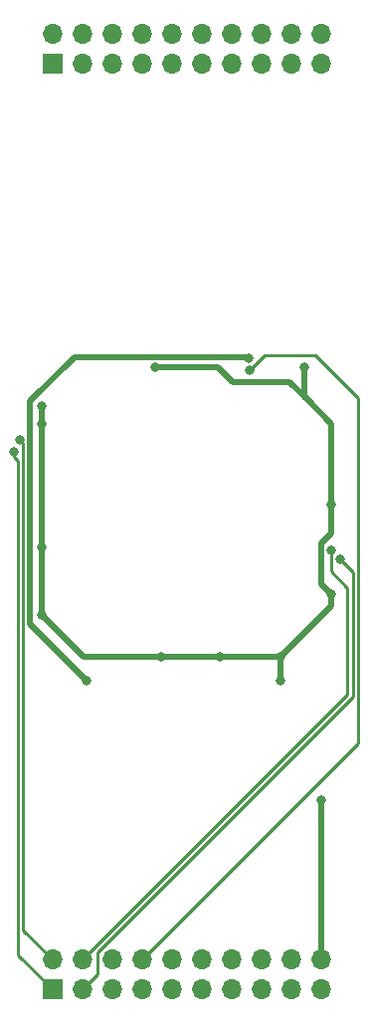
<source format=gbr>
G04 #@! TF.GenerationSoftware,KiCad,Pcbnew,7.99.0-unknown-099e5dd9e7~172~ubuntu22.04.1*
G04 #@! TF.CreationDate,2023-10-11T09:46:22+02:00*
G04 #@! TF.ProjectId,stm32u5a9zjt6q,73746d33-3275-4356-9139-7a6a7436712e,rev?*
G04 #@! TF.SameCoordinates,Original*
G04 #@! TF.FileFunction,Copper,L1,Top*
G04 #@! TF.FilePolarity,Positive*
%FSLAX46Y46*%
G04 Gerber Fmt 4.6, Leading zero omitted, Abs format (unit mm)*
G04 Created by KiCad (PCBNEW 7.99.0-unknown-099e5dd9e7~172~ubuntu22.04.1) date 2023-10-11 09:46:22*
%MOMM*%
%LPD*%
G01*
G04 APERTURE LIST*
G04 #@! TA.AperFunction,ComponentPad*
%ADD10R,1.700000X1.700000*%
G04 #@! TD*
G04 #@! TA.AperFunction,ComponentPad*
%ADD11O,1.700000X1.700000*%
G04 #@! TD*
G04 #@! TA.AperFunction,ViaPad*
%ADD12C,0.800000*%
G04 #@! TD*
G04 #@! TA.AperFunction,Conductor*
%ADD13C,0.500000*%
G04 #@! TD*
G04 #@! TA.AperFunction,Conductor*
%ADD14C,0.250000*%
G04 #@! TD*
G04 APERTURE END LIST*
D10*
X81280000Y-147320000D03*
D11*
X81280000Y-144780000D03*
X83820000Y-147320000D03*
X83820000Y-144780000D03*
X86360000Y-147320000D03*
X86360000Y-144780000D03*
X88900000Y-147320000D03*
X88900000Y-144780000D03*
X91440000Y-147320000D03*
X91440000Y-144780000D03*
X93980000Y-147320000D03*
X93980000Y-144780000D03*
X96520000Y-147320000D03*
X96520000Y-144780000D03*
X99060000Y-147320000D03*
X99060000Y-144780000D03*
X101600000Y-147320000D03*
X101600000Y-144780000D03*
X104140000Y-147320000D03*
X104140000Y-144780000D03*
D10*
X81280000Y-68580000D03*
D11*
X81280000Y-66040000D03*
X83820000Y-68580000D03*
X83820000Y-66040000D03*
X86360000Y-68580000D03*
X86360000Y-66040000D03*
X88900000Y-68580000D03*
X88900000Y-66040000D03*
X91440000Y-68580000D03*
X91440000Y-66040000D03*
X93980000Y-68580000D03*
X93980000Y-66040000D03*
X96520000Y-68580000D03*
X96520000Y-66040000D03*
X99060000Y-68580000D03*
X99060000Y-66040000D03*
X101600000Y-68580000D03*
X101600000Y-66040000D03*
X104140000Y-68580000D03*
X104140000Y-66040000D03*
D12*
X84201000Y-121031000D03*
X98039701Y-93594701D03*
X77978000Y-101600000D03*
X78486000Y-100584000D03*
X105791000Y-110744000D03*
X105029000Y-109982000D03*
X98044000Y-94615000D03*
X100711000Y-121031000D03*
X102743000Y-94361000D03*
X95504000Y-118999000D03*
X105029000Y-106045000D03*
X90551000Y-118999000D03*
X80391000Y-115443000D03*
X90043000Y-94361000D03*
X100711000Y-118999000D03*
X80391000Y-109705500D03*
X80391000Y-97663000D03*
X80391000Y-99200000D03*
X105029000Y-113665000D03*
X104140000Y-131191000D03*
D13*
X83146000Y-93511000D02*
X97956000Y-93511000D01*
X84201000Y-121031000D02*
X79375000Y-116205000D01*
X97956000Y-93511000D02*
X98039701Y-93594701D01*
X79375000Y-116205000D02*
X79375000Y-97282000D01*
X79375000Y-97282000D02*
X83146000Y-93511000D01*
D14*
X78350000Y-144390000D02*
X81280000Y-147320000D01*
X78350000Y-102353000D02*
X78350000Y-144390000D01*
X77978000Y-101981000D02*
X78350000Y-102353000D01*
X77978000Y-101600000D02*
X77978000Y-101981000D01*
X78800000Y-100898000D02*
X78486000Y-100584000D01*
X81280000Y-144780000D02*
X78800000Y-142300000D01*
X78800000Y-142300000D02*
X78800000Y-100898000D01*
X85090000Y-146050000D02*
X85090000Y-144146396D01*
X85090000Y-144146396D02*
X106865000Y-122371396D01*
X106865000Y-122371396D02*
X106865000Y-111818000D01*
X83820000Y-147320000D02*
X85090000Y-146050000D01*
X106865000Y-111818000D02*
X105791000Y-110744000D01*
X106415000Y-113146000D02*
X105029000Y-111760000D01*
X105029000Y-111760000D02*
X105029000Y-109982000D01*
X106415000Y-122185000D02*
X106415000Y-113146000D01*
X83820000Y-144780000D02*
X106415000Y-122185000D01*
X103632000Y-93345000D02*
X99314000Y-93345000D01*
X88900000Y-144780000D02*
X107315000Y-126365000D01*
X107315000Y-126365000D02*
X107315000Y-97028000D01*
X107315000Y-97028000D02*
X103632000Y-93345000D01*
X99314000Y-93345000D02*
X98044000Y-94615000D01*
D13*
X102743000Y-96901000D02*
X102870000Y-97028000D01*
X105029000Y-99568000D02*
X105029000Y-106045000D01*
X80391000Y-109705500D02*
X80391000Y-97663000D01*
X95377000Y-94361000D02*
X90043000Y-94361000D01*
X102870000Y-97028000D02*
X105029000Y-99187000D01*
X105029000Y-99187000D02*
X105029000Y-99568000D01*
X104140000Y-144780000D02*
X104140000Y-131191000D01*
X101473000Y-95631000D02*
X102870000Y-97028000D01*
X80391000Y-109705500D02*
X80391000Y-115443000D01*
X101473000Y-95631000D02*
X96647000Y-95631000D01*
X83947000Y-118999000D02*
X80391000Y-115443000D01*
X105029000Y-113665000D02*
X104179000Y-112815000D01*
X100711000Y-118999000D02*
X90551000Y-118999000D01*
X100711000Y-121031000D02*
X100711000Y-118999000D01*
X105029000Y-108521500D02*
X105029000Y-106045000D01*
X90551000Y-118999000D02*
X83947000Y-118999000D01*
X102743000Y-94361000D02*
X102743000Y-96901000D01*
X104179000Y-109371500D02*
X105029000Y-108521500D01*
X100711000Y-118999000D02*
X105029000Y-114681000D01*
X104179000Y-112815000D02*
X104179000Y-109371500D01*
X96647000Y-95631000D02*
X95377000Y-94361000D01*
X105029000Y-114681000D02*
X105029000Y-113665000D01*
M02*

</source>
